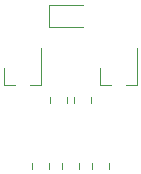
<source format=gbr>
G04 #@! TF.GenerationSoftware,KiCad,Pcbnew,5.1.5+dfsg1-2build2*
G04 #@! TF.CreationDate,2020-06-19T12:28:30-07:00*
G04 #@! TF.ProjectId,touch-circuit-v2,746f7563-682d-4636-9972-637569742d76,rev?*
G04 #@! TF.SameCoordinates,Original*
G04 #@! TF.FileFunction,Legend,Top*
G04 #@! TF.FilePolarity,Positive*
%FSLAX46Y46*%
G04 Gerber Fmt 4.6, Leading zero omitted, Abs format (unit mm)*
G04 Created by KiCad (PCBNEW 5.1.5+dfsg1-2build2) date 2020-06-19 12:28:30*
%MOMM*%
%LPD*%
G04 APERTURE LIST*
%ADD10C,0.120000*%
G04 APERTURE END LIST*
D10*
X142950000Y-98798748D02*
X142950000Y-99321252D01*
X141530000Y-98798748D02*
X141530000Y-99321252D01*
X143240000Y-85400000D02*
X140380000Y-85400000D01*
X140380000Y-85400000D02*
X140380000Y-87320000D01*
X140380000Y-87320000D02*
X143240000Y-87320000D01*
X136596000Y-92200000D02*
X137526000Y-92200000D01*
X139756000Y-92200000D02*
X138826000Y-92200000D01*
X139756000Y-92200000D02*
X139756000Y-89040000D01*
X136596000Y-92200000D02*
X136596000Y-90740000D01*
X144724000Y-92200000D02*
X144724000Y-90740000D01*
X147884000Y-92200000D02*
X147884000Y-89040000D01*
X147884000Y-92200000D02*
X146954000Y-92200000D01*
X144724000Y-92200000D02*
X145654000Y-92200000D01*
X138990000Y-99321252D02*
X138990000Y-98798748D01*
X140410000Y-99321252D02*
X140410000Y-98798748D01*
X142546000Y-93210748D02*
X142546000Y-93733252D01*
X143966000Y-93210748D02*
X143966000Y-93733252D01*
X144070000Y-99321252D02*
X144070000Y-98798748D01*
X145490000Y-99321252D02*
X145490000Y-98798748D01*
X140514000Y-93210748D02*
X140514000Y-93733252D01*
X141934000Y-93210748D02*
X141934000Y-93733252D01*
M02*

</source>
